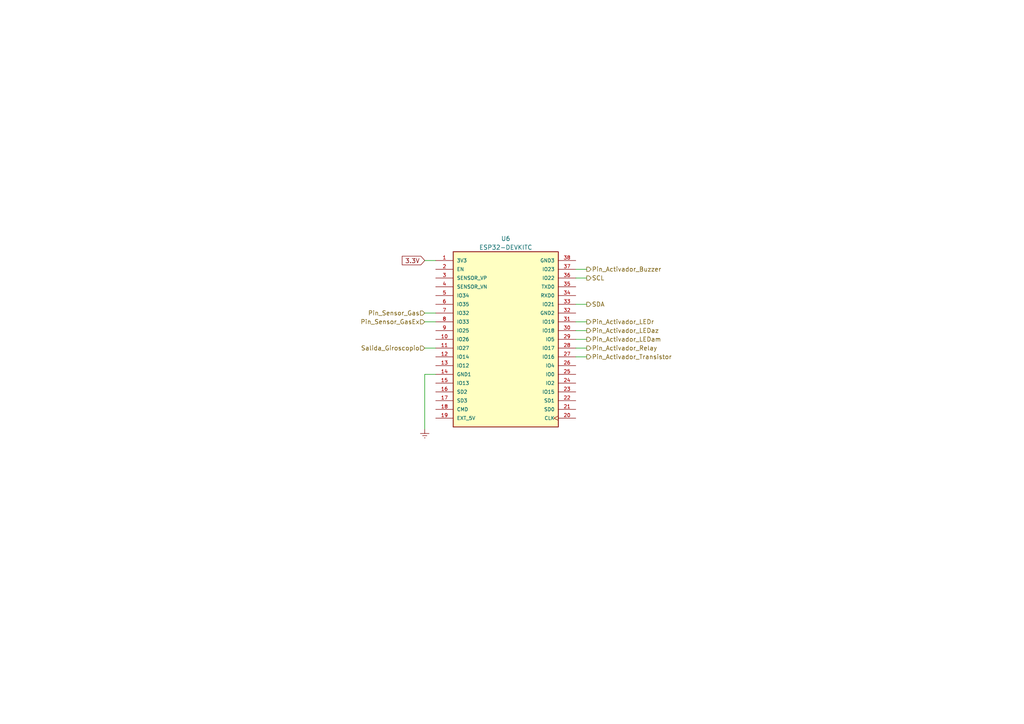
<source format=kicad_sch>
(kicad_sch (version 20230121) (generator eeschema)
  (paper "A4")
  (lib_symbols
    (symbol "ESP32-DEVKITC:ESP32-DEVKITC" (pin_names (offset 1.016))
      (property "Reference" "U" (at -15.2572 26.0643 0))
      (property "Value" "ESP32-DEVKITC" (at -15.2563 -27.9698 0))
      (symbol "ESP32-DEVKITC_0_0"
        (rectangle (start -15.24 -25.4) (end 15.24 25.4) (stroke (width 0.254)) (fill (type background)))
        (pin power_in line (at -20.32 22.86 0) (length 5.08) (name "3V3") (number "1"))
        (pin bidirectional line (at -20.32 0 0) (length 5.08) (name "IO26") (number "10"))
        (pin bidirectional line (at -20.32 -2.54 0) (length 5.08) (name "IO27") (number "11"))
        (pin bidirectional line (at -20.32 -5.08 0) (length 5.08) (name "IO14") (number "12"))
        (pin bidirectional line (at -20.32 -7.62 0) (length 5.08) (name "IO12") (number "13"))
        (pin power_in line (at -20.32 -10.16 0) (length 5.08) (name "GND1") (number "14"))
        (pin bidirectional line (at -20.32 -12.7 0) (length 5.08) (name "IO13") (number "15"))
        (pin bidirectional line (at -20.32 -15.24 0) (length 5.08) (name "SD2") (number "16"))
        (pin bidirectional line (at -20.32 -17.78 0) (length 5.08) (name "SD3") (number "17"))
        (pin bidirectional line (at -20.32 -20.32 0) (length 5.08) (name "CMD") (number "18"))
        (pin power_in line (at -20.32 -22.86 0) (length 5.08) (name "EXT_5V") (number "19"))
        (pin input line (at -20.32 20.32 0) (length 5.08) (name "EN") (number "2"))
        (pin input clock (at 20.32 -22.86 180) (length 5.08) (name "CLK") (number "20"))
        (pin bidirectional line (at 20.32 -20.32 180) (length 5.08) (name "SD0") (number "21"))
        (pin bidirectional line (at 20.32 -17.78 180) (length 5.08) (name "SD1") (number "22"))
        (pin bidirectional line (at 20.32 -15.24 180) (length 5.08) (name "IO15") (number "23"))
        (pin bidirectional line (at 20.32 -12.7 180) (length 5.08) (name "IO2") (number "24"))
        (pin bidirectional line (at 20.32 -10.16 180) (length 5.08) (name "IO0") (number "25"))
        (pin bidirectional line (at 20.32 -7.62 180) (length 5.08) (name "IO4") (number "26"))
        (pin bidirectional line (at 20.32 -5.08 180) (length 5.08) (name "IO16") (number "27"))
        (pin bidirectional line (at 20.32 -2.54 180) (length 5.08) (name "IO17") (number "28"))
        (pin bidirectional line (at 20.32 0 180) (length 5.08) (name "IO5") (number "29"))
        (pin input line (at -20.32 17.78 0) (length 5.08) (name "SENSOR_VP") (number "3"))
        (pin bidirectional line (at 20.32 2.54 180) (length 5.08) (name "IO18") (number "30"))
        (pin bidirectional line (at 20.32 5.08 180) (length 5.08) (name "IO19") (number "31"))
        (pin power_in line (at 20.32 7.62 180) (length 5.08) (name "GND2") (number "32"))
        (pin bidirectional line (at 20.32 10.16 180) (length 5.08) (name "IO21") (number "33"))
        (pin input line (at 20.32 12.7 180) (length 5.08) (name "RXD0") (number "34"))
        (pin output line (at 20.32 15.24 180) (length 5.08) (name "TXD0") (number "35"))
        (pin bidirectional line (at 20.32 17.78 180) (length 5.08) (name "IO22") (number "36"))
        (pin bidirectional line (at 20.32 20.32 180) (length 5.08) (name "IO23") (number "37"))
        (pin power_in line (at 20.32 22.86 180) (length 5.08) (name "GND3") (number "38"))
        (pin input line (at -20.32 15.24 0) (length 5.08) (name "SENSOR_VN") (number "4"))
        (pin bidirectional line (at -20.32 12.7 0) (length 5.08) (name "IO34") (number "5"))
        (pin bidirectional line (at -20.32 10.16 0) (length 5.08) (name "IO35") (number "6"))
        (pin bidirectional line (at -20.32 7.62 0) (length 5.08) (name "IO32") (number "7"))
        (pin bidirectional line (at -20.32 5.08 0) (length 5.08) (name "IO33") (number "8"))
        (pin bidirectional line (at -20.32 2.54 0) (length 5.08) (name "IO25") (number "9"))
      )
    )
    (symbol "power:Earth" (power) (pin_names (offset 0))
      (symbol "Earth_0_1"
        (polyline (pts (xy -0.635 -1.905) (xy 0.635 -1.905)))
        (polyline (pts (xy -0.127 -2.54) (xy 0.127 -2.54)))
        (polyline (pts (xy 0 -1.27) (xy 0 0)))
        (polyline (pts (xy 1.27 -1.27) (xy -1.27 -1.27)))
      )
      (symbol "Earth_1_1"
        (pin power_in line (at 0 0 270) (length 0) hide (name "Earth") (number "1"))
      )
    )
  )
  (wire (pts (xy 167.005 95.885) (xy 170.18 95.885)))
  (wire (pts (xy 167.005 80.645) (xy 170.18 80.645)))
  (wire (pts (xy 123.19 100.965) (xy 126.365 100.965)))
  (wire (pts (xy 167.005 98.425) (xy 170.18 98.425)))
  (wire (pts (xy 167.005 88.265) (xy 170.18 88.265)))
  (wire (pts (xy 167.005 103.505) (xy 170.18 103.505)))
  (wire (pts (xy 123.19 108.585) (xy 123.19 124.46)))
  (wire (pts (xy 123.19 75.565) (xy 126.365 75.565)))
  (wire (pts (xy 123.19 90.805) (xy 126.365 90.805)))
  (wire (pts (xy 167.005 93.345) (xy 170.18 93.345)))
  (wire (pts (xy 167.005 78.105) (xy 170.18 78.105)))
  (wire (pts (xy 123.19 93.345) (xy 126.365 93.345)))
  (wire (pts (xy 167.005 100.965) (xy 170.18 100.965)))
  (wire (pts (xy 126.365 108.585) (xy 123.19 108.585)))
  (global_label "3.3V" (shape input) (at 123.19 75.565 180) (property "Intersheetrefs" "${INTERSHEET_REFS}" (effects hide)))
  (hierarchical_label "Pin_Sensor_GasEx" (shape input) (at 123.19 93.345 180))
  (hierarchical_label "Pin_Activador_Buzzer" (shape output) (at 170.18 78.105 0))
  (hierarchical_label "Pin_Activador_LEDr" (shape output) (at 170.18 93.345 0))
  (hierarchical_label "Pin_Activador_LEDam" (shape output) (at 170.18 98.425 0))
  (hierarchical_label "Salida_Giroscopio" (shape input) (at 123.19 100.965 180))
  (hierarchical_label "Pin_Activador_LEDaz" (shape output) (at 170.18 95.885 0))
  (hierarchical_label "Pin_Activador_Relay" (shape output) (at 170.18 100.965 0))
  (hierarchical_label "SCL" (shape output) (at 170.18 80.645 0))
  (hierarchical_label "SDA" (shape output) (at 170.18 88.265 0))
  (hierarchical_label "Pin_Sensor_Gas" (shape input) (at 123.19 90.805 180))
  (hierarchical_label "Pin_Activador_Transistor" (shape output) (at 170.18 103.505 0))
  (symbol (lib_id "ESP32-DEVKITC:ESP32-DEVKITC") (at 146.685 98.425 0) (unit 1)
    (property "Reference" "U6" (at 146.685 69.215 0))
    (property "Value" "ESP32-DEVKITC" (at 146.685 71.755 0))
    (property "Footprint" "ESP32-DEVKITC:MODULE_ESP32-DEVKITC" (effects hide))
    (property "PARTREV" "N/A" (effects hide))
    (property "STANDARD" "Manufacturer Recommendations" (effects hide))
    (property "MANUFACTURER" "ESPRESSIF" (effects hide))
  )
  (symbol (lib_id "power:Earth") (at 123.19 124.46 0) (unit 1)
    (property "Reference" "#PWR03" (effects hide))
    (property "Value" "Earth" (effects hide))
    (instances (project "KISS_V2" (path "" (reference "#PWR03") (unit 1)) (path "" (reference "#PWR011") (unit 1))))
  )
)
</source>
